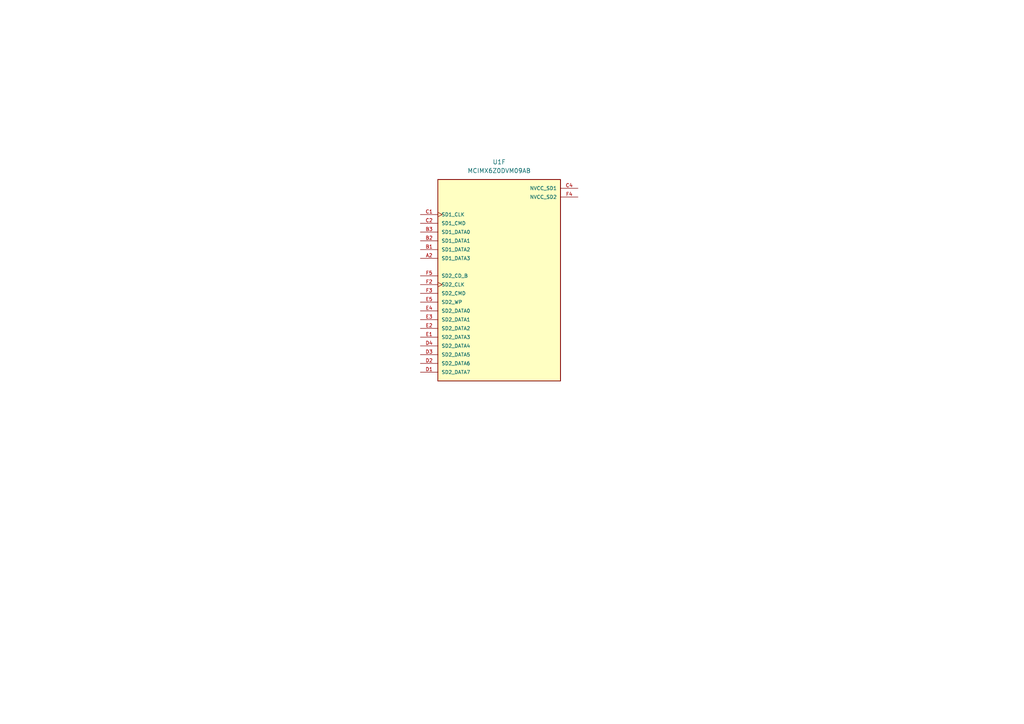
<source format=kicad_sch>
(kicad_sch (version 20211123) (generator eeschema)
  (paper "A4")
  (lib_symbols
    (symbol "MCIMX6Z0DVM09AB:MCIMX6Z0DVM09AB" (pin_names (offset 1.016))
      (property "Reference" "U" (at -33.02 31.75 0))
      (property "Value" "MCIMX6Z0DVM09AB" (at -33.02 -31.75 0))
      (symbol "MCIMX6Z0DVM09AB_1_0"
        (rectangle (start -33.02 -30.48) (end 33.02 30.48) (stroke (width 0.254)) (fill (type background)))
        (pin input clock (at -38.1 -5.08 0) (length 5.08) (name "I2C2_SCL") (number "F17"))
        (pin bidirectional line (at -38.1 -7.62 0) (length 5.08) (name "I2C2_SDA") (number "G13"))
        (pin power_in line (at 38.1 -27.94 180) (length 5.08) (name "NGND_KEL0") (number "M12"))
        (pin input clock (at 38.1 -10.16 180) (length 5.08) (name "JTAG_TCK") (number "M14"))
        (pin input line (at 38.1 -20.32 180) (length 5.08) (name "JTAG_TRST_B") (number "N14"))
        (pin output line (at 38.1 -15.24 180) (length 5.08) (name "JTAG_TDO") (number "N15"))
        (pin input line (at 38.1 -12.7 180) (length 5.08) (name "JTAG_TDI") (number "N16"))
        (pin input line (at -38.1 17.78 0) (length 5.08) (name "TEST_MODE") (number "N7"))
        (pin power_in line (at 38.1 27.94 180) (length 5.08) (name "NVCC_PLL") (number "P13"))
        (pin input line (at 38.1 -17.78 180) (length 5.08) (name "JTAG_TMS") (number "P14"))
        (pin input line (at 38.1 -7.62 180) (length 5.08) (name "JTAG_MOD") (number "P15"))
        (pin input clock (at -38.1 5.08 0) (length 5.08) (name "CCM_CLK1_N") (number "P16"))
        (pin input clock (at -38.1 2.54 0) (length 5.08) (name "CCM_CLK1_P") (number "P17"))
        (pin input line (at -38.1 20.32 0) (length 5.08) (name "POR_B") (number "P8"))
        (pin bidirectional line (at 38.1 22.86 180) (length 5.08) (name "GPANIO") (number "R13"))
        (pin input line (at -38.1 22.86 0) (length 5.08) (name "ONOFF") (number "R8"))
        (pin input line (at -38.1 12.7 0) (length 5.08) (name "BOOT_MODE0") (number "T10"))
        (pin input line (at -38.1 -20.32 0) (length 5.08) (name "RTC_XTALI") (number "T11"))
        (pin power_in line (at 38.1 5.08 180) (length 5.08) (name "USB_OTG1_VBUS") (number "T12"))
        (pin bidirectional line (at 38.1 2.54 180) (length 5.08) (name "USB_OTG2_DN") (number "T13"))
        (pin bidirectional line (at 38.1 10.16 180) (length 5.08) (name "USB_OTG1_DN") (number "T15"))
        (pin input line (at -38.1 -12.7 0) (length 5.08) (name "XTALI") (number "T16"))
        (pin output line (at -38.1 -15.24 0) (length 5.08) (name "XTALO") (number "T17"))
        (pin output line (at 38.1 17.78 180) (length 5.08) (name "SNVS_PMIC_ON_REQ") (number "T9"))
        (pin input line (at -38.1 10.16 0) (length 5.08) (name "BOOT_MODE1") (number "U10"))
        (pin output line (at -38.1 -22.86 0) (length 5.08) (name "RTC_XTALO") (number "U11"))
        (pin power_in line (at 38.1 -2.54 180) (length 5.08) (name "USB_OTG2_VBUS") (number "U12"))
        (pin bidirectional line (at 38.1 0 180) (length 5.08) (name "USB_OTG2_DP") (number "U13"))
        (pin bidirectional line (at 38.1 7.62 180) (length 5.08) (name "USB_OTG1_DP") (number "U15"))
        (pin bidirectional line (at 38.1 12.7 180) (length 5.08) (name "USB_OTG1_CHD_B") (number "U16"))
        (pin output line (at -38.1 0 0) (length 5.08) (name "CCM_PMIC_STBY_REQ") (number "U9"))
      )
      (symbol "MCIMX6Z0DVM09AB_2_0"
        (rectangle (start -25.4 -48.26) (end 25.4 45.72) (stroke (width 0.254)) (fill (type background)))
        (pin output line (at 30.48 17.78 180) (length 5.08) (name "DRAM_ODT1") (number "F1"))
        (pin output line (at 30.48 -43.18 180) (length 5.08) (name "DRAM_ADDR14") (number "G1"))
        (pin output line (at 30.48 -22.86 180) (length 5.08) (name "DRAM_ADDR06") (number "G2"))
        (pin output line (at 30.48 12.7 180) (length 5.08) (name "DRAM_RESET") (number "G4"))
        (pin power_in line (at 30.48 40.64 180) (length 5.08) (name "NVCC_DRAM") (number "G6"))
        (pin output line (at 30.48 7.62 180) (length 5.08) (name "DRAM_SDBA1") (number "H1"))
        (pin output line (at 30.48 -10.16 180) (length 5.08) (name "DRAM_ADDR01") (number "H2"))
        (pin output line (at 30.48 -40.64 180) (length 5.08) (name "DRAM_ADDR13") (number "H3"))
        (pin output line (at 30.48 -25.4 180) (length 5.08) (name "DRAM_ADDR07") (number "H4"))
        (pin output line (at 30.48 27.94 180) (length 5.08) (name "DRAM_CS1_B") (number "H5"))
        (pin power_in line (at 30.48 40.64 180) (length 5.08) (name "NVCC_DRAM") (number "H6"))
        (pin output line (at 30.48 -2.54 180) (length 5.08) (name "DRAM_SDWE_B") (number "J1"))
        (pin output line (at 30.48 33.02 180) (length 5.08) (name "DRAM_CAS_B") (number "J2"))
        (pin output line (at 30.48 0 180) (length 5.08) (name "DRAM_SDCKE1") (number "J3"))
        (pin output line (at 30.48 -27.94 180) (length 5.08) (name "DRAM_ADDR08") (number "J4"))
        (pin power_in line (at 30.48 40.64 180) (length 5.08) (name "NVCC_DRAM") (number "J6"))
        (pin output line (at 30.48 -12.7 180) (length 5.08) (name "DRAM_ADDR02") (number "K1"))
        (pin output line (at 30.48 5.08 180) (length 5.08) (name "DRAM_SDBA2") (number "K2"))
        (pin output line (at 30.48 -35.56 180) (length 5.08) (name "DRAM_ADDR11") (number "K3"))
        (pin output line (at 30.48 -17.78 180) (length 5.08) (name "DRAM_ADDR04") (number "K4"))
        (pin output line (at 30.48 -45.72 180) (length 5.08) (name "DRAM_ADDR15") (number "K5"))
        (pin power_in line (at 30.48 40.64 180) (length 5.08) (name "NVCC_DRAM") (number "K6"))
        (pin output line (at 30.48 -20.32 180) (length 5.08) (name "DRAM_ADDR05") (number "L1"))
        (pin output line (at 30.48 -30.48 180) (length 5.08) (name "DRAM_ADDR09") (number "L2"))
        (pin output line (at 30.48 -38.1 180) (length 5.08) (name "DRAM_ADDR12") (number "L4"))
        (pin output line (at 30.48 -7.62 180) (length 5.08) (name "DRAM_ADDR00") (number "L5"))
        (pin power_in line (at 30.48 40.64 180) (length 5.08) (name "NVCC_DRAM") (number "L6"))
        (pin output line (at 30.48 10.16 180) (length 5.08) (name "DRAM_SDBA0") (number "M1"))
        (pin output line (at 30.48 -15.24 180) (length 5.08) (name "DRAM_ADDR03") (number "M2"))
        (pin output line (at 30.48 2.54 180) (length 5.08) (name "DRAM_SDCKE0") (number "M3"))
        (pin output line (at 30.48 -33.02 180) (length 5.08) (name "DRAM_ADDR10") (number "M4"))
        (pin output line (at 30.48 15.24 180) (length 5.08) (name "DRAM_RAS_B") (number "M5"))
        (pin power_in line (at 30.48 40.64 180) (length 5.08) (name "NVCC_DRAM") (number "M6"))
        (pin output line (at 30.48 20.32 180) (length 5.08) (name "DRAM_ODT0") (number "N1"))
        (pin output line (at 30.48 30.48 180) (length 5.08) (name "DRAM_CS0_B") (number "N2"))
        (pin input line (at -30.48 10.16 0) (length 5.08) (name "DRAM_ZQPAD") (number "N4"))
        (pin power_in line (at 30.48 38.1 180) (length 5.08) (name "NVCC_DRAM_2P5") (number "N6"))
        (pin input clock (at -30.48 30.48 0) (length 5.08) (name "DRAM_SDCLK0_P") (number "P1"))
        (pin input clock (at -30.48 33.02 0) (length 5.08) (name "DRAM_SDCLK0_N") (number "P2"))
        (pin input line (at -30.48 -40.64 0) (length 5.08) (name "DRAM_DATA13") (number "P3"))
        (pin power_in line (at 30.48 43.18 180) (length 5.08) (name "DRAM_VREF") (number "P4"))
        (pin input line (at -30.48 -38.1 0) (length 5.08) (name "DRAM_DATA12") (number "P5"))
        (pin input line (at -30.48 25.4 0) (length 5.08) (name "DRAM_SDQS0_P") (number "P6"))
        (pin input line (at -30.48 22.86 0) (length 5.08) (name "DRAM_SDQS0_N") (number "P7"))
        (pin input line (at -30.48 -45.72 0) (length 5.08) (name "DRAM_DATA15") (number "R1"))
        (pin input line (at -30.48 -43.18 0) (length 5.08) (name "DRAM_DATA14") (number "R2"))
        (pin input line (at -30.48 -35.56 0) (length 5.08) (name "DRAM_DATA11") (number "R4"))
        (pin input line (at -30.48 17.78 0) (length 5.08) (name "DRAM_SDQS1_P") (number "T1"))
        (pin input line (at -30.48 15.24 0) (length 5.08) (name "DRAM_SDQS1_N") (number "T2"))
        (pin output line (at 30.48 22.86 180) (length 5.08) (name "DRAM_DQM1") (number "T3"))
        (pin input line (at -30.48 -7.62 0) (length 5.08) (name "DRAM_DATA00") (number "T4"))
        (pin input line (at -30.48 -22.86 0) (length 5.08) (name "DRAM_DATA06") (number "T5"))
        (pin input line (at -30.48 -12.7 0) (length 5.08) (name "DRAM_DATA02") (number "T6"))
        (pin output line (at 30.48 25.4 180) (length 5.08) (name "DRAM_DQM0") (number "T7"))
        (pin input line (at -30.48 -20.32 0) (length 5.08) (name "DRAM_DATA05") (number "T8"))
        (pin input line (at -30.48 -27.94 0) (length 5.08) (name "DRAM_DATA08") (number "U2"))
        (pin input line (at -30.48 -30.48 0) (length 5.08) (name "DRAM_DATA09") (number "U3"))
        (pin input line (at -30.48 -25.4 0) (length 5.08) (name "DRAM_DATA07") (number "U4"))
        (pin input line (at -30.48 -33.02 0) (length 5.08) (name "DRAM_DATA10") (number "U5"))
        (pin input line (at -30.48 -10.16 0) (length 5.08) (name "DRAM_DATA01") (number "U6"))
        (pin input line (at -30.48 -15.24 0) (length 5.08) (name "DRAM_DATA03") (number "U7"))
        (pin input line (at -30.48 -17.78 0) (length 5.08) (name "DRAM_DATA04") (number "U8"))
      )
      (symbol "MCIMX6Z0DVM09AB_3_0"
        (rectangle (start -20.32 -55.88) (end 20.32 55.88) (stroke (width 0.254)) (fill (type background)))
        (pin bidirectional line (at -25.4 -10.16 0) (length 5.08) (name "GPIO3_IO11") (number "A10"))
        (pin bidirectional line (at -25.4 -17.78 0) (length 5.08) (name "GPIO3_IO14") (number "A11"))
        (pin bidirectional line (at -25.4 -30.48 0) (length 5.08) (name "GPIO3_IO19") (number "A12"))
        (pin bidirectional line (at -25.4 -40.64 0) (length 5.08) (name "GPIO3_IO23") (number "A13"))
        (pin bidirectional line (at -25.4 -50.8 0) (length 5.08) (name "GPIO3_IO27") (number "A14"))
        (pin bidirectional line (at -25.4 17.78 0) (length 5.08) (name "GPIO3_IO00") (number "A8"))
        (pin bidirectional line (at -25.4 2.54 0) (length 5.08) (name "GPIO3_IO06") (number "A9"))
        (pin bidirectional line (at -25.4 -7.62 0) (length 5.08) (name "GPIO3_IO10") (number "B10"))
        (pin bidirectional line (at -25.4 -15.24 0) (length 5.08) (name "GPIO3_IO13") (number "B11"))
        (pin bidirectional line (at -25.4 -27.94 0) (length 5.08) (name "GPIO3_IO18") (number "B12"))
        (pin bidirectional line (at -25.4 -38.1 0) (length 5.08) (name "GPIO3_IO22") (number "B13"))
        (pin bidirectional line (at -25.4 -48.26 0) (length 5.08) (name "GPIO3_IO26") (number "B14"))
        (pin bidirectional line (at -25.4 -53.34 0) (length 5.08) (name "GPIO3_IO28") (number "B16"))
        (pin bidirectional line (at -25.4 15.24 0) (length 5.08) (name "GPIO3_IO01") (number "B8"))
        (pin bidirectional line (at -25.4 5.08 0) (length 5.08) (name "GPIO3_IO05") (number "B9"))
        (pin bidirectional line (at -25.4 -5.08 0) (length 5.08) (name "GPIO3_IO09") (number "C10"))
        (pin bidirectional line (at -25.4 -25.4 0) (length 5.08) (name "GPIO3_IO17") (number "C12"))
        (pin bidirectional line (at -25.4 -35.56 0) (length 5.08) (name "GPIO3_IO21") (number "C13"))
        (pin bidirectional line (at -25.4 -45.72 0) (length 5.08) (name "GPIO3_IO25") (number "C14"))
        (pin bidirectional line (at -25.4 10.16 0) (length 5.08) (name "GPIO3_IO03") (number "C9"))
        (pin bidirectional line (at -25.4 -2.54 0) (length 5.08) (name "GPIO3_IO08") (number "D10"))
        (pin bidirectional line (at -25.4 -12.7 0) (length 5.08) (name "GPIO3_IO12") (number "D11"))
        (pin bidirectional line (at -25.4 -22.86 0) (length 5.08) (name "GPIO3_IO16") (number "D12"))
        (pin bidirectional line (at -25.4 -33.02 0) (length 5.08) (name "GPIO3_IO20") (number "D13"))
        (pin bidirectional line (at -25.4 -43.18 0) (length 5.08) (name "GPIO3_IO24") (number "D14"))
        (pin bidirectional line (at -25.4 12.7 0) (length 5.08) (name "GPIO3_IO02") (number "D9"))
        (pin bidirectional line (at -25.4 0 0) (length 5.08) (name "GPIO3_IO07") (number "E10"))
        (pin bidirectional line (at -25.4 -20.32 0) (length 5.08) (name "GPIO3_IO15") (number "E12"))
        (pin power_in line (at 25.4 50.8 180) (length 5.08) (name "NVCC_GPIO3") (number "E13"))
        (pin bidirectional line (at -25.4 7.62 0) (length 5.08) (name "GPIO3_IO04") (number "E9"))
        (pin power_in line (at 25.4 53.34 180) (length 5.08) (name "NVCC_GPIO") (number "J13"))
        (pin bidirectional line (at -25.4 45.72 0) (length 5.08) (name "GPIO1_IO00") (number "K13"))
        (pin bidirectional line (at -25.4 30.48 0) (length 5.08) (name "GPIO1_IO06") (number "K17"))
        (pin bidirectional line (at -25.4 40.64 0) (length 5.08) (name "GPIO1_IO02") (number "L14"))
        (pin bidirectional line (at -25.4 43.18 0) (length 5.08) (name "GPIO1_IO01") (number "L15"))
        (pin bidirectional line (at -25.4 27.94 0) (length 5.08) (name "GPIO1_IO07") (number "L16"))
        (pin bidirectional line (at -25.4 38.1 0) (length 5.08) (name "GPIO1_IO03") (number "L17"))
        (pin bidirectional line (at -25.4 22.86 0) (length 5.08) (name "GPIO1_IO09") (number "M15"))
        (pin bidirectional line (at -25.4 35.56 0) (length 5.08) (name "GPIO1_IO04") (number "M16"))
        (pin bidirectional line (at -25.4 33.02 0) (length 5.08) (name "GPIO1_IO05") (number "M17"))
        (pin bidirectional line (at 25.4 27.94 180) (length 5.08) (name "GPIO5_IO07") (number "N10"))
        (pin bidirectional line (at 25.4 30.48 180) (length 5.08) (name "GPIO5_IO06") (number "N11"))
        (pin bidirectional line (at -25.4 25.4 0) (length 5.08) (name "GPIO1_IO08") (number "N17"))
        (pin bidirectional line (at 25.4 33.02 180) (length 5.08) (name "GPIO5_IO05") (number "N8"))
        (pin bidirectional line (at 25.4 25.4 180) (length 5.08) (name "GPIO5_IO08") (number "N9"))
        (pin bidirectional line (at 25.4 38.1 180) (length 5.08) (name "GPIO5_IO03") (number "P10"))
        (pin bidirectional line (at 25.4 40.64 180) (length 5.08) (name "GPIO5_IO02") (number "P11"))
        (pin bidirectional line (at 25.4 35.56 180) (length 5.08) (name "GPIO5_IO04") (number "P9"))
        (pin bidirectional line (at 25.4 45.72 180) (length 5.08) (name "GPIO5_IO00") (number "R10"))
        (pin bidirectional line (at 25.4 22.86 180) (length 5.08) (name "GPIO5_IO09") (number "R6"))
        (pin bidirectional line (at 25.4 43.18 180) (length 5.08) (name "GPIO5_IO01") (number "R9"))
      )
      (symbol "MCIMX6Z0DVM09AB_4_0"
        (rectangle (start -25.4 -25.4) (end 25.4 25.4) (stroke (width 0.254)) (fill (type background)))
        (pin input line (at -30.48 -10.16 0) (length 5.08) (name "UART3_RTS_B") (number "G14"))
        (pin output line (at -30.48 -20.32 0) (length 5.08) (name "UART4_RX_DATA") (number "G16"))
        (pin input line (at -30.48 -22.86 0) (length 5.08) (name "UART4_TX_DATA") (number "G17"))
        (pin power_in line (at 30.48 22.86 180) (length 5.08) (name "NVCC_UART") (number "H13"))
        (pin input line (at -30.48 2.54 0) (length 5.08) (name "UART2_RTS_B") (number "H14"))
        (pin input line (at -30.48 -7.62 0) (length 5.08) (name "UART3_CTS_B") (number "H15"))
        (pin output line (at -30.48 -12.7 0) (length 5.08) (name "UART3_RX_DATA") (number "H16"))
        (pin input line (at -30.48 -15.24 0) (length 5.08) (name "UART3_TX_DATA") (number "H17"))
        (pin input line (at -30.48 15.24 0) (length 5.08) (name "UART1_RTS_B") (number "J14"))
        (pin input line (at -30.48 5.08 0) (length 5.08) (name "UART2_CTS_B") (number "J15"))
        (pin output line (at -30.48 0 0) (length 5.08) (name "UART2_RX_DATA") (number "J16"))
        (pin input line (at -30.48 -2.54 0) (length 5.08) (name "UART2_TX_DATA") (number "J17"))
        (pin input line (at -30.48 10.16 0) (length 5.08) (name "UART1_TX_DATA") (number "K14"))
        (pin input line (at -30.48 17.78 0) (length 5.08) (name "UART1_CTS_B") (number "K15"))
        (pin output line (at -30.48 12.7 0) (length 5.08) (name "UART1_RX_DATA") (number "K16"))
      )
      (symbol "MCIMX6Z0DVM09AB_5_0"
        (rectangle (start -22.86 -27.94) (end 22.86 25.4) (stroke (width 0.254)) (fill (type background)))
        (pin input line (at -27.94 2.54 0) (length 5.08) (name "NAND_READY_B") (number "A3"))
        (pin input line (at -27.94 10.16 0) (length 5.08) (name "NAND_CLE") (number "A4"))
        (pin bidirectional line (at -27.94 -25.4 0) (length 5.08) (name "NAND_DATA07") (number "A5"))
        (pin bidirectional line (at -27.94 -22.86 0) (length 5.08) (name "NAND_DATA06") (number "A6"))
        (pin bidirectional line (at -27.94 -12.7 0) (length 5.08) (name "NAND_DATA02") (number "A7"))
        (pin input line (at -27.94 17.78 0) (length 5.08) (name "NAND_ALE") (number "B4"))
        (pin input line (at -27.94 12.7 0) (length 5.08) (name "NAND_CE1_B") (number "B5"))
        (pin bidirectional line (at -27.94 -20.32 0) (length 5.08) (name "NAND_DATA05") (number "B6"))
        (pin bidirectional line (at -27.94 -10.16 0) (length 5.08) (name "NAND_DATA01") (number "B7"))
        (pin input line (at -27.94 15.24 0) (length 5.08) (name "NAND_CE0_B") (number "C5"))
        (pin bidirectional line (at -27.94 -17.78 0) (length 5.08) (name "NAND_DATA04") (number "C6"))
        (pin input line (at -27.94 0 0) (length 5.08) (name "NAND_WE_B") (number "C8"))
        (pin input line (at -27.94 -2.54 0) (length 5.08) (name "NAND_WP_B") (number "D5"))
        (pin bidirectional line (at -27.94 -15.24 0) (length 5.08) (name "NAND_DATA03") (number "D6"))
        (pin bidirectional line (at -27.94 -7.62 0) (length 5.08) (name "NAND_DATA00") (number "D7"))
        (pin input line (at -27.94 5.08 0) (length 5.08) (name "NAND_RE_B") (number "D8"))
        (pin input line (at -27.94 7.62 0) (length 5.08) (name "NAND_DQS") (number "E6"))
        (pin power_in line (at 27.94 22.86 180) (length 5.08) (name "NVCC_NAND") (number "E7"))
      )
      (symbol "MCIMX6Z0DVM09AB_6_0"
        (rectangle (start -17.78 -27.94) (end 17.78 30.48) (stroke (width 0.254)) (fill (type background)))
        (pin bidirectional line (at -22.86 7.62 0) (length 5.08) (name "SD1_DATA3") (number "A2"))
        (pin bidirectional line (at -22.86 10.16 0) (length 5.08) (name "SD1_DATA2") (number "B1"))
        (pin bidirectional line (at -22.86 12.7 0) (length 5.08) (name "SD1_DATA1") (number "B2"))
        (pin bidirectional line (at -22.86 15.24 0) (length 5.08) (name "SD1_DATA0") (number "B3"))
        (pin input clock (at -22.86 20.32 0) (length 5.08) (name "SD1_CLK") (number "C1"))
        (pin input line (at -22.86 17.78 0) (length 5.08) (name "SD1_CMD") (number "C2"))
        (pin power_in line (at 22.86 27.94 180) (length 5.08) (name "NVCC_SD1") (number "C4"))
        (pin bidirectional line (at -22.86 -25.4 0) (length 5.08) (name "SD2_DATA7") (number "D1"))
        (pin bidirectional line (at -22.86 -22.86 0) (length 5.08) (name "SD2_DATA6") (number "D2"))
        (pin bidirectional line (at -22.86 -20.32 0) (length 5.08) (name "SD2_DATA5") (number "D3"))
        (pin bidirectional line (at -22.86 -17.78 0) (length 5.08) (name "SD2_DATA4") (number "D4"))
        (pin bidirectional line (at -22.86 -15.24 0) (length 5.08) (name "SD2_DATA3") (number "E1"))
        (pin bidirectional line (at -22.86 -12.7 0) (length 5.08) (name "SD2_DATA2") (number "E2"))
        (pin bidirectional line (at -22.86 -10.16 0) (length 5.08) (name "SD2_DATA1") (number "E3"))
        (pin bidirectional line (at -22.86 -7.62 0) (length 5.08) (name "SD2_DATA0") (number "E4"))
        (pin input line (at -22.86 -5.08 0) (length 5.08) (name "SD2_WP") (number "E5"))
        (pin input clock (at -22.86 0 0) (length 5.08) (name "SD2_CLK") (number "F2"))
        (pin input line (at -22.86 -2.54 0) (length 5.08) (name "SD2_CMD") (number "F3"))
        (pin power_in line (at 22.86 25.4 180) (length 5.08) (name "NVCC_SD2") (number "F4"))
        (pin input line (at -22.86 2.54 0) (length 5.08) (name "SD2_CD_B") (number "F5"))
      )
      (symbol "MCIMX6Z0DVM09AB_7_0"
        (rectangle (start -15.24 -25.4) (end 15.24 25.4) (stroke (width 0.254)) (fill (type background)))
        (pin input line (at -20.32 5.08 0) (length 5.08) (name "KPP_COL5") (number "A15"))
        (pin input line (at -20.32 -20.32 0) (length 5.08) (name "KPP_ROW6") (number "A16"))
        (pin input line (at -20.32 2.54 0) (length 5.08) (name "KPP_COL6") (number "B15"))
        (pin input line (at -20.32 -17.78 0) (length 5.08) (name "KPP_ROW5") (number "B17"))
        (pin input line (at -20.32 7.62 0) (length 5.08) (name "KPP_COL4") (number "C16"))
        (pin input line (at -20.32 -15.24 0) (length 5.08) (name "KPP_ROW4") (number "C17"))
        (pin input line (at -20.32 10.16 0) (length 5.08) (name "KPP_COL3") (number "D15"))
        (pin input line (at -20.32 0 0) (length 5.08) (name "KPP_COL7") (number "D16"))
        (pin input line (at -20.32 -22.86 0) (length 5.08) (name "KPP_ROW7") (number "D17"))
        (pin input line (at -20.32 -10.16 0) (length 5.08) (name "KPP_ROW2") (number "E14"))
        (pin input line (at -20.32 15.24 0) (length 5.08) (name "KPP_COL1") (number "E15"))
        (pin input line (at -20.32 -7.62 0) (length 5.08) (name "KPP_ROW1") (number "E16"))
        (pin input line (at -20.32 17.78 0) (length 5.08) (name "KPP_COL0") (number "E17"))
        (pin power_in line (at 20.32 22.86 180) (length 5.08) (name "NVCC_KPP") (number "F13"))
        (pin input line (at -20.32 -12.7 0) (length 5.08) (name "KPP_ROW3") (number "F14"))
        (pin input line (at -20.32 12.7 0) (length 5.08) (name "KPP_COL2") (number "F15"))
        (pin input line (at -20.32 -5.08 0) (length 5.08) (name "KPP_ROW0") (number "F16"))
      )
      (symbol "MCIMX6Z0DVM09AB_8_0"
        (rectangle (start -12.7 -20.32) (end 12.7 17.78) (stroke (width 0.254)) (fill (type background)))
        (pin power_in line (at 17.78 -7.62 180) (length 5.08) (name "VSS") (number "A1"))
        (pin power_in line (at 17.78 -7.62 180) (length 5.08) (name "VSS") (number "A17"))
        (pin power_in line (at 17.78 -7.62 180) (length 5.08) (name "VSS") (number "C11"))
        (pin power_in line (at 17.78 -7.62 180) (length 5.08) (name "VSS") (number "C15"))
        (pin power_in line (at 17.78 -7.62 180) (length 5.08) (name "VSS") (number "C3"))
        (pin power_in line (at 17.78 -7.62 180) (length 5.08) (name "VSS") (number "C7"))
        (pin power_in line (at 17.78 -7.62 180) (length 5.08) (name "VSS") (number "E11"))
        (pin power_in line (at 17.78 -7.62 180) (length 5.08) (name "VSS") (number "E8"))
        (pin power_in line (at 17.78 -10.16 180) (length 5.08) (name "VSS_1") (number "F10"))
        (pin power_in line (at 17.78 -10.16 180) (length 5.08) (name "VSS_1") (number "F11"))
        (pin power_in line (at 17.78 -10.16 180) (length 5.08) (name "VSS_1") (number "F12"))
        (pin power_in line (at 17.78 -7.62 180) (length 5.08) (name "VSS") (number "F6"))
        (pin power_in line (at 17.78 -7.62 180) (length 5.08) (name "VSS") (number "F7"))
        (pin power_in line (at 17.78 -10.16 180) (length 5.08) (name "VSS_1") (number "F8"))
        (pin power_in line (at 17.78 -10.16 180) (length 5.08) (name "VSS_1") (number "F9"))
        (pin power_in line (at 17.78 15.24 180) (length 5.08) (name "VDD_ARM_CAP") (number "G10"))
        (pin power_in line (at 17.78 15.24 180) (length 5.08) (name "VDD_ARM_CAP") (number "G11"))
        (pin power_in line (at 17.78 -10.16 180) (length 5.08) (name "VSS_1") (number "G12"))
        (pin power_in line (at 17.78 -10.16 180) (length 5.08) (name "VSS_1") (number "G15"))
        (pin power_in line (at 17.78 -10.16 180) (length 5.08) (name "VSS_1") (number "G3"))
        (pin power_in line (at 17.78 -10.16 180) (length 5.08) (name "VSS_1") (number "G5"))
        (pin power_in line (at 17.78 -10.16 180) (length 5.08) (name "VSS_1") (number "G7"))
        (pin power_in line (at 17.78 2.54 180) (length 5.08) (name "VDD_SOC_CAP") (number "G8"))
        (pin power_in line (at 17.78 15.24 180) (length 5.08) (name "VDD_ARM_CAP") (number "G9"))
        (pin power_in line (at 17.78 0 180) (length 5.08) (name "VDD_SOC_IN") (number "H10"))
        (pin power_in line (at 17.78 15.24 180) (length 5.08) (name "VDD_ARM_CAP") (number "H11"))
        (pin power_in line (at 17.78 -12.7 180) (length 5.08) (name "VSS_2") (number "H12"))
        (pin power_in line (at 17.78 -12.7 180) (length 5.08) (name "VSS_2") (number "H7"))
        (pin power_in line (at 17.78 2.54 180) (length 5.08) (name "VDD_SOC_CAP") (number "H8"))
        (pin power_in line (at 17.78 0 180) (length 5.08) (name "VDD_SOC_IN") (number "H9"))
        (pin power_in line (at 17.78 0 180) (length 5.08) (name "VDD_SOC_IN") (number "J10"))
        (pin power_in line (at 17.78 2.54 180) (length 5.08) (name "VDD_SOC_CAP") (number "J11"))
        (pin power_in line (at 17.78 -12.7 180) (length 5.08) (name "VSS_2") (number "J12"))
        (pin power_in line (at 17.78 -12.7 180) (length 5.08) (name "VSS_2") (number "J5"))
        (pin power_in line (at 17.78 -12.7 180) (length 5.08) (name "VSS_2") (number "J7"))
        (pin power_in line (at 17.78 2.54 180) (length 5.08) (name "VDD_SOC_CAP") (number "J8"))
        (pin power_in line (at 17.78 0 180) (length 5.08) (name "VDD_SOC_IN") (number "J9"))
        (pin power_in line (at 17.78 0 180) (length 5.08) (name "VDD_SOC_IN") (number "K10"))
        (pin power_in line (at 17.78 2.54 180) (length 5.08) (name "VDD_SOC_CAP") (number "K11"))
        (pin power_in line (at 17.78 -12.7 180) (length 5.08) (name "VSS_2") (number "K12"))
        (pin power_in line (at 17.78 -12.7 180) (length 5.08) (name "VSS_2") (number "K7"))
        (pin power_in line (at 17.78 2.54 180) (length 5.08) (name "VDD_SOC_CAP") (number "K8"))
        (pin power_in line (at 17.78 0 180) (length 5.08) (name "VDD_SOC_IN") (number "K9"))
        (pin power_in line (at 17.78 2.54 180) (length 5.08) (name "VDD_SOC_CAP") (number "L10"))
        (pin power_in line (at 17.78 2.54 180) (length 5.08) (name "VDD_SOC_CAP") (number "L11"))
        (pin power_in line (at 17.78 -12.7 180) (length 5.08) (name "VSS_2") (number "L12"))
        (pin power_in line (at 17.78 10.16 180) (length 5.08) (name "VDD_HIGH_IN") (number "L13"))
        (pin power_in line (at 17.78 -12.7 180) (length 5.08) (name "VSS_2") (number "L3"))
        (pin power_in line (at 17.78 -12.7 180) (length 5.08) (name "VSS_2") (number "L7"))
        (pin power_in line (at 17.78 2.54 180) (length 5.08) (name "VDD_SOC_CAP") (number "L8"))
        (pin power_in line (at 17.78 2.54 180) (length 5.08) (name "VDD_SOC_CAP") (number "L9"))
        (pin power_in line (at 17.78 -15.24 180) (length 5.08) (name "VSS_3") (number "M10"))
        (pin power_in line (at 17.78 -15.24 180) (length 5.08) (name "VSS_3") (number "M11"))
        (pin power_in line (at 17.78 10.16 180) (length 5.08) (name "VDD_HIGH_IN") (number "M13"))
        (pin power_in line (at 17.78 -15.24 180) (length 5.08) (name "VSS_3") (number "M7"))
        (pin power_in line (at 17.78 -15.24 180) (length 5.08) (name "VSS_3") (number "M8"))
        (pin power_in line (at 17.78 -15.24 180) (length 5.08) (name "VSS_3") (number "M9"))
        (pin power_in line (at 17.78 7.62 180) (length 5.08) (name "VDD_SNVS_CAP") (number "N12"))
        (pin power_in line (at 17.78 10.16 180) (length 5.08) (name "VDD_HIGH_IN") (number "N13"))
        (pin power_in line (at 17.78 -15.24 180) (length 5.08) (name "VSS_3") (number "N3"))
        (pin power_in line (at 17.78 -15.24 180) (length 5.08) (name "VSS_3") (number "N5"))
        (pin power_in line (at 17.78 5.08 180) (length 5.08) (name "VDD_SNVS_IN") (number "P12"))
        (pin power_in line (at 17.78 -17.78 180) (length 5.08) (name "VSS_4") (number "R11"))
        (pin power_in line (at 17.78 -2.54 180) (length 5.08) (name "VDD_USB_CAP") (number "R12"))
        (pin power_in line (at 17.78 12.7 180) (length 5.08) (name "VDD_HIGH_CAP") (number "R14"))
        (pin power_in line (at 17.78 12.7 180) (length 5.08) (name "VDD_HIGH_CAP") (number "R15"))
        (pin power_in line (at 17.78 -17.78 180) (length 5.08) (name "VSS_4") (number "R16"))
        (pin power_in line (at 17.78 -17.78 180) (length 5.08) (name "VSS_4") (number "R17"))
        (pin power_in line (at 17.78 -15.24 180) (length 5.08) (name "VSS_3") (number "R3"))
        (pin power_in line (at 17.78 -15.24 180) (length 5.08) (name "VSS_3") (number "R5"))
        (pin power_in line (at 17.78 -15.24 180) (length 5.08) (name "VSS_3") (number "R7"))
        (pin power_in line (at 17.78 -17.78 180) (length 5.08) (name "VSS_4") (number "T14"))
        (pin power_in line (at 17.78 -17.78 180) (length 5.08) (name "VSS_4") (number "U1"))
        (pin power_in line (at 17.78 -17.78 180) (length 5.08) (name "VSS_4") (number "U14"))
        (pin power_in line (at 17.78 -17.78 180) (length 5.08) (name "VSS_4") (number "U17"))
      )
    )
  )
  (symbol (lib_id "MCIMX6Z0DVM09AB:MCIMX6Z0DVM09AB") (at 144.78 82.55 0) (unit 6)
    (property "Reference" "U1" (at 144.78 46.99 0))
    (property "Value" "MCIMX6Z0DVM09AB" (at 144.78 49.53 0))
    (property "Footprint" "mb_nxp_mcu_mpu:BGA289C80P17X17_1400X1400X132" (effects hide))
    (property "PARTREV" "0" (effects hide))
    (property "STANDARD" "IPC 7351B" (effects hide))
    (property "SNAPEDA_PN" "MCIMX6Z0DVM09AB" (effects hide))
    (property "MAXIMUM_PACKAGE_HEIGHT" "1.32mm" (effects hide))
    (property "MANUFACTURER" "NXP" (effects hide))
  )
)
</source>
